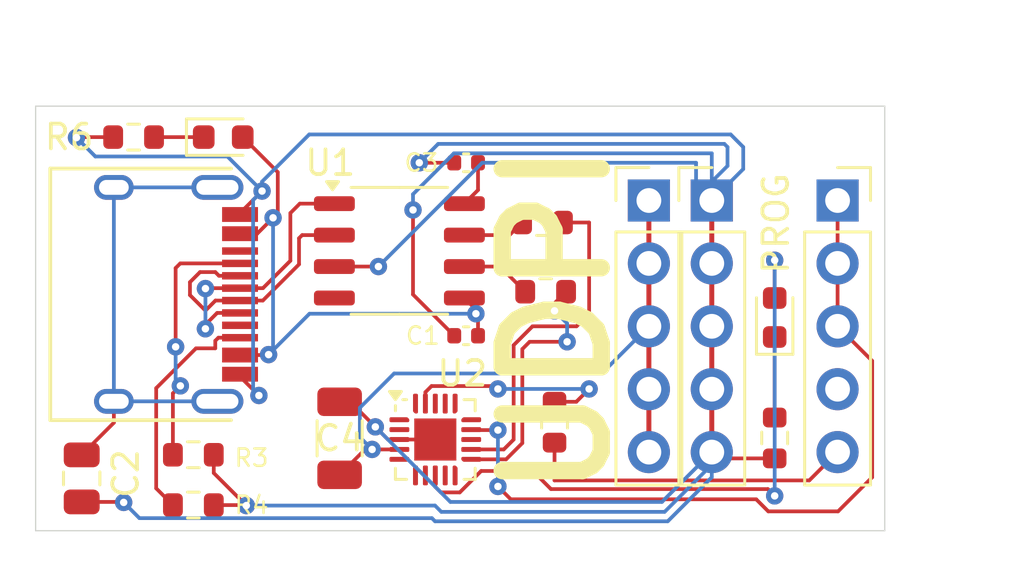
<source format=kicad_pcb>
(kicad_pcb (version 20240108) (generator "pcbnew") (generator_version "8.0")
  (layers (0 "F.Cu" signal) (31 "B.Cu" signal) (34 "B.Paste" user) (35 "F.Paste" user) (36 "B.SilkS" user "B.Silkscreen") (37 "F.SilkS" user "F.Silkscreen") (38 "B.Mask" user) (39 "F.Mask" user) (44 "Edge.Cuts" user))
  (net 0 "")
  (net 1 "5V")
  (net 2 "GND")
  (net 3 "Net-(J2-SHIELD)")
  (net 4 "Net-(U1-V3)")
  (net 5 "+3.3V")
  (net 6 "Net-(D1-K)")
  (net 7 "Net-(D2-K)")
  (net 8 "LED")
  (net 9 "D-")
  (net 10 "Net-(J2-CC1)")
  (net 11 "D+")
  (net 12 "Net-(J2-CC2)")
  (net 13 "PROG")
  (net 15 "MCU_UDPI")
  (net 16 "SERIAL_TX")
  (net 17 "Net-(U1-TXD)")
  (net 18 "Net-(U1-RXD)")
  (net 19 "SERIAL_RX")
  (net 20 "Net-(U2-~{RESET}{slash}PA0)")
  (footprint "Capacitor_SMD:C_0402_1005Metric" (layer "F.Cu") (at 216.14 51.181 180)
    (property "Reference" "C1" (at 1.75 0 0) (layer "F.SilkS") (effects (font (size 0.7 0.7) (thickness 0.1))))
    (property "Value" "0.1uf")
    (fp_line (start -0.107836 0.36) (end 0.107836 0.36) (stroke (width 0.12)) (layer "F.SilkS"))
    (fp_line (start -0.107836 -0.36) (end 0.107836 -0.36) (stroke (width 0.12)) (layer "F.SilkS"))
    (pad "1" smd roundrect (at -0.48 0 180) (size 0.56 0.62) (layers "F.Cu" "F.Paste" "F.Mask") (net 1 "5V"))
    (pad "2" smd roundrect (at 0.48 0 180) (size 0.56 0.62) (layers "F.Cu" "F.Paste" "F.Mask") (net 2 "GND"))
  )
  (footprint "Package_SO:SOP-8_3.9x4.9mm_P1.27mm" (layer "F.Cu") (at 213.445 47.752)
    (property "Reference" "U1" (at -2.794 -3.556 0) (layer "F.SilkS"))
    (property "Value" "CH340N")
    (fp_line (start 0 -2.56) (end -1.95 -2.56) (stroke (width 0.12)) (layer "F.SilkS"))
    (fp_line (start 0 -2.56) (end 1.95 -2.56) (stroke (width 0.12)) (layer "F.SilkS"))
    (fp_line (start 0 2.56) (end -1.95 2.56) (stroke (width 0.12)) (layer "F.SilkS"))
    (fp_line (start 0 2.56) (end 1.95 2.56) (stroke (width 0.12)) (layer "F.SilkS"))
    (fp_poly (pts (xy -2.7 -2.465) (xy -2.94 -2.795) (xy -2.46 -2.795) (xy -2.7 -2.465)) (stroke (width 0.12)) (fill solid) (layer "F.SilkS"))
    (pad "1" smd roundrect (at -2.625 -1.905) (size 1.65 0.6) (layers "F.Cu" "F.Paste" "F.Mask") (net 11 "D+"))
    (pad "2" smd roundrect (at -2.625 -0.635) (size 1.65 0.6) (layers "F.Cu" "F.Paste" "F.Mask") (net 9 "D-"))
    (pad "3" smd roundrect (at -2.625 0.635) (size 1.65 0.6) (layers "F.Cu" "F.Paste" "F.Mask") (net 2 "GND"))
    (pad "4" smd roundrect (at -2.625 1.905) (size 1.65 0.6) (layers "F.Cu" "F.Paste" "F.Mask"))
    (pad "5" smd roundrect (at 2.625 1.905) (size 1.65 0.6) (layers "F.Cu" "F.Paste" "F.Mask") (net 1 "5V"))
    (pad "6" smd roundrect (at 2.625 0.635) (size 1.65 0.6) (layers "F.Cu" "F.Paste" "F.Mask") (net 17 "Net-(U1-TXD)"))
    (pad "7" smd roundrect (at 2.625 -0.635) (size 1.65 0.6) (layers "F.Cu" "F.Paste" "F.Mask") (net 18 "Net-(U1-RXD)"))
    (pad "8" smd roundrect (at 2.625 -1.905) (size 1.65 0.6) (layers "F.Cu" "F.Paste" "F.Mask") (net 4 "Net-(U1-V3)"))
  )
  (footprint "Connector_PinHeader_2.54mm:PinHeader_1x05_P2.54mm_Vertical" (layer "F.Cu") (at 226.06 45.72)
    (property "Reference" "GND1")
    (property "Value" "Conn_01x05_Pin")
    (fp_line (start -1.33 -1.33) (end 0 -1.33) (stroke (width 0.12)) (layer "F.SilkS"))
    (fp_line (start -1.33 0) (end -1.33 -1.33) (stroke (width 0.12)) (layer "F.SilkS"))
    (fp_line (start -1.33 1.27) (end -1.33 11.49) (stroke (width 0.12)) (layer "F.SilkS"))
    (fp_line (start -1.33 1.27) (end 1.33 1.27) (stroke (width 0.12)) (layer "F.SilkS"))
    (fp_line (start -1.33 11.49) (end 1.33 11.49) (stroke (width 0.12)) (layer "F.SilkS"))
    (fp_line (start 1.33 1.27) (end 1.33 11.49) (stroke (width 0.12)) (layer "F.SilkS"))
    (pad "1" thru_hole rect (at 0 0) (size 1.7 1.7) (drill 1) (layers "*.Cu" "*.Mask") (net 2 "GND"))
    (pad "2" thru_hole oval (at 0 2.54) (size 1.7 1.7) (drill 1) (layers "*.Cu" "*.Mask") (net 2 "GND"))
    (pad "3" thru_hole oval (at 0 5.08) (size 1.7 1.7) (drill 1) (layers "*.Cu" "*.Mask") (net 2 "GND"))
    (pad "4" thru_hole oval (at 0 7.62) (size 1.7 1.7) (drill 1) (layers "*.Cu" "*.Mask") (net 2 "GND"))
    (pad "5" thru_hole oval (at 0 10.16) (size 1.7 1.7) (drill 1) (layers "*.Cu" "*.Mask") (net 2 "GND"))
  )
  (footprint "Resistor_SMD:R_0603_1608Metric" (layer "F.Cu") (at 219.351 49.403)
    (property "Reference" "R1")
    (property "Value" "1k")
    (fp_line (start -0.237258 -0.5225) (end 0.237258 -0.5225) (stroke (width 0.12)) (layer "F.SilkS"))
    (fp_line (start -0.237258 0.5225) (end 0.237258 0.5225) (stroke (width 0.12)) (layer "F.SilkS"))
    (pad "1" smd roundrect (at -0.825 0) (size 0.8 0.95) (layers "F.Cu" "F.Paste" "F.Mask") (net 17 "Net-(U1-TXD)"))
    (pad "2" smd roundrect (at 0.825 0) (size 0.8 0.95) (layers "F.Cu" "F.Paste" "F.Mask") (net 16 "SERIAL_TX"))
  )
  (footprint "Connector_PinHeader_2.54mm:PinHeader_1x05_P2.54mm_Vertical" (layer "F.Cu") (at 223.52 45.72)
    (property "Reference" "VSUPPLY1")
    (property "Value" "Conn_01x05_Pin")
    (fp_line (start -1.33 -1.33) (end 0 -1.33) (stroke (width 0.12)) (layer "F.SilkS"))
    (fp_line (start -1.33 0) (end -1.33 -1.33) (stroke (width 0.12)) (layer "F.SilkS"))
    (fp_line (start -1.33 1.27) (end -1.33 11.49) (stroke (width 0.12)) (layer "F.SilkS"))
    (fp_line (start -1.33 1.27) (end 1.33 1.27) (stroke (width 0.12)) (layer "F.SilkS"))
    (fp_line (start -1.33 11.49) (end 1.33 11.49) (stroke (width 0.12)) (layer "F.SilkS"))
    (fp_line (start 1.33 1.27) (end 1.33 11.49) (stroke (width 0.12)) (layer "F.SilkS"))
    (pad "1" thru_hole rect (at 0 0) (size 1.7 1.7) (drill 1) (layers "*.Cu" "*.Mask") (net 5 "+3.3V"))
    (pad "2" thru_hole oval (at 0 2.54) (size 1.7 1.7) (drill 1) (layers "*.Cu" "*.Mask") (net 5 "+3.3V"))
    (pad "3" thru_hole oval (at 0 5.08) (size 1.7 1.7) (drill 1) (layers "*.Cu" "*.Mask") (net 5 "+3.3V"))
    (pad "4" thru_hole oval (at 0 7.62) (size 1.7 1.7) (drill 1) (layers "*.Cu" "*.Mask") (net 5 "+3.3V"))
    (pad "5" thru_hole oval (at 0 10.16) (size 1.7 1.7) (drill 1) (layers "*.Cu" "*.Mask") (net 5 "+3.3V"))
  )
  (footprint "BreadModular_TypeC:HRO-TYPE-C-31-M-12" (layer "F.Cu") (at 199.315 49.51 -90)
    (property "Reference" "J2")
    (property "Value" "USB_C_Receptacle_USB2.0_14P")
    (fp_line (start -5.08 -0.033) (end 5.08 -0.033) (stroke (width 0.15)) (layer "F.SilkS"))
    (fp_line (start -5.08 -0.033) (end -5.08 -7.333) (stroke (width 0.15)) (layer "F.SilkS"))
    (fp_line (start 5.08 -0.033) (end 5.08 -7.333) (stroke (width 0.15)) (layer "F.SilkS"))
    (pad "" np_thru_hole circle (at -2.89 -6.25 270) (size 0.65 0.65) (drill 0.65) (layers "*.Cu" "*.Mask"))
    (pad "" np_thru_hole circle (at 2.89 -6.25 270) (size 0.65 0.65) (drill 0.65) (layers "*.Cu" "*.Mask"))
    (pad "A1" smd rect (at -3.225 -7.695 270) (size 0.6 1.45) (layers "F.Cu" "F.Paste" "F.Mask") (net 2 "GND"))
    (pad "A4" smd rect (at -2.45 -7.695 270) (size 0.6 1.45) (layers "F.Cu" "F.Paste" "F.Mask") (net 1 "5V"))
    (pad "A5" smd rect (at -1.25 -7.695 270) (size 0.3 1.45) (layers "F.Cu" "F.Paste" "F.Mask") (net 10 "Net-(J2-CC1)"))
    (pad "A6" smd rect (at -0.25 -7.695 270) (size 0.3 1.45) (layers "F.Cu" "F.Paste" "F.Mask") (net 11 "D+"))
    (pad "A7" smd rect (at 0.25 -7.695 270) (size 0.3 1.45) (layers "F.Cu" "F.Paste" "F.Mask") (net 9 "D-"))
    (pad "A8" smd rect (at 1.25 -7.695 270) (size 0.3 1.45) (layers "F.Cu" "F.Paste" "F.Mask"))
    (pad "A9" smd rect (at 2.45 -7.695 270) (size 0.6 1.45) (layers "F.Cu" "F.Paste" "F.Mask") (net 1 "5V"))
    (pad "A12" smd rect (at 3.225 -7.695 270) (size 0.6 1.45) (layers "F.Cu" "F.Paste" "F.Mask") (net 2 "GND"))
    (pad "B5" smd rect (at 1.75 -7.695 270) (size 0.3 1.45) (layers "F.Cu" "F.Paste" "F.Mask") (net 12 "Net-(J2-CC2)"))
    (pad "B6" smd rect (at 0.75 -7.695 270) (size 0.3 1.45) (layers "F.Cu" "F.Paste" "F.Mask") (net 11 "D+"))
    (pad "B7" smd rect (at -0.75 -7.695 270) (size 0.3 1.45) (layers "F.Cu" "F.Paste" "F.Mask") (net 9 "D-"))
    (pad "B8" smd rect (at -1.75 -7.695 270) (size 0.3 1.45) (layers "F.Cu" "F.Paste" "F.Mask"))
    (pad "S1" thru_hole oval (at -4.32 -6.78 270) (size 1 2.1) (drill oval 0.6 1.7) (layers "*.Cu" "*.Paste" "*.Mask") (net 3 "Net-(J2-SHIELD)"))
    (pad "S1" thru_hole oval (at -4.32 -2.6 270) (size 1 1.6) (drill oval 0.6 1.2) (layers "*.Cu" "*.Paste" "*.Mask") (net 3 "Net-(J2-SHIELD)"))
    (pad "S1" thru_hole oval (at 4.32 -6.78 270) (size 1 2.1) (drill oval 0.6 1.7) (layers "*.Cu" "*.Paste" "*.Mask") (net 3 "Net-(J2-SHIELD)"))
    (pad "S1" thru_hole oval (at 4.32 -2.6 270) (size 1 1.6) (drill oval 0.6 1.2) (layers "*.Cu" "*.Paste" "*.Mask") (net 3 "Net-(J2-SHIELD)"))
  )
  (footprint "Resistor_SMD:R_0603_1608Metric" (layer "F.Cu") (at 205.124 55.987)
    (property "Reference" "R3" (at 2.349 0.127 0) (layer "F.SilkS") (effects (font (size 0.7 0.7) (thickness 0.1))))
    (property "Value" "5.1k")
    (fp_line (start -0.237258 -0.5225) (end 0.237258 -0.5225) (stroke (width 0.12)) (layer "F.SilkS"))
    (fp_line (start -0.237258 0.5225) (end 0.237258 0.5225) (stroke (width 0.12)) (layer "F.SilkS"))
    (pad "1" smd roundrect (at -0.825 0) (size 0.8 0.95) (layers "F.Cu" "F.Paste" "F.Mask") (net 10 "Net-(J2-CC1)"))
    (pad "2" smd roundrect (at 0.825 0) (size 0.8 0.95) (layers "F.Cu" "F.Paste" "F.Mask") (net 2 "GND"))
  )
  (footprint "Capacitor_SMD:C_1206_3216Metric" (layer "F.Cu") (at 211.032 55.323 -90)
    (property "Reference" "C4" (at 0 0 180) (layer "F.SilkS"))
    (property "Value" "100uf")
    (fp_line (start -0.711252 0.91) (end 0.711252 0.91) (stroke (width 0.12)) (layer "F.SilkS"))
    (fp_line (start -0.711252 -0.91) (end 0.711252 -0.91) (stroke (width 0.12)) (layer "F.SilkS"))
    (pad "1" smd roundrect (at -1.475 0 270) (size 1.15 1.8) (layers "F.Cu" "F.Paste" "F.Mask") (roundrect_rratio 0.217391) (net 2 "GND"))
    (pad "2" smd roundrect (at 1.475 0 270) (size 1.15 1.8) (layers "F.Cu" "F.Paste" "F.Mask") (roundrect_rratio 0.217391) (net 5 "+3.3V"))
  )
  (footprint "LED_SMD:LED_0603_1608Metric" (layer "F.Cu") (at 206.331 43.16)
    (property "Reference" "D1")
    (property "Value" "LED")
    (fp_line (start -1.485 -0.735) (end -1.485 0.735) (stroke (width 0.12)) (layer "F.SilkS"))
    (fp_line (start -1.485 0.735) (end 0.8 0.735) (stroke (width 0.12)) (layer "F.SilkS"))
    (fp_line (start 0.8 -0.735) (end -1.485 -0.735) (stroke (width 0.12)) (layer "F.SilkS"))
    (pad "1" smd roundrect (at -0.7875 0) (size 0.875 0.95) (layers "F.Cu" "F.Paste" "F.Mask") (net 6 "Net-(D1-K)"))
    (pad "2" smd roundrect (at 0.7875 0) (size 0.875 0.95) (layers "F.Cu" "F.Paste" "F.Mask") (net 1 "5V"))
  )
  (footprint "Resistor_SMD:R_0603_1608Metric" (layer "F.Cu") (at 228.6 55.309 -90)
    (property "Reference" "R7")
    (property "Value" "1k")
    (fp_line (start -0.237258 0.5225) (end 0.237258 0.5225) (stroke (width 0.12)) (layer "F.SilkS"))
    (fp_line (start -0.237258 -0.5225) (end 0.237258 -0.5225) (stroke (width 0.12)) (layer "F.SilkS"))
    (pad "1" smd roundrect (at -0.825 0 270) (size 0.8 0.95) (layers "F.Cu" "F.Paste" "F.Mask") (net 7 "Net-(D2-K)"))
    (pad "2" smd roundrect (at 0.825 0 270) (size 0.8 0.95) (layers "F.Cu" "F.Paste" "F.Mask") (net 2 "GND"))
  )
  (footprint "Package_DFN_QFN:VQFN-20-1EP_3x3mm_P0.4mm_EP1.7x1.7mm" (layer "F.Cu") (at 214.895 55.372)
    (property "Reference" "U2" (at 1.09 -2.667 0) (layer "F.SilkS"))
    (property "Value" "ATtiny1616-M")
    (fp_line (start -1.61 -1.16) (end -1.61 -1.37) (stroke (width 0.12)) (layer "F.SilkS"))
    (fp_line (start -1.61 1.61) (end -1.61 1.16) (stroke (width 0.12)) (layer "F.SilkS"))
    (fp_line (start -1.16 -1.61) (end -1.31 -1.61) (stroke (width 0.12)) (layer "F.SilkS"))
    (fp_line (start -1.16 1.61) (end -1.61 1.61) (stroke (width 0.12)) (layer "F.SilkS"))
    (fp_line (start 1.16 -1.61) (end 1.61 -1.61) (stroke (width 0.12)) (layer "F.SilkS"))
    (fp_line (start 1.16 1.61) (end 1.61 1.61) (stroke (width 0.12)) (layer "F.SilkS"))
    (fp_line (start 1.61 -1.61) (end 1.61 -1.16) (stroke (width 0.12)) (layer "F.SilkS"))
    (fp_line (start 1.61 1.61) (end 1.61 1.16) (stroke (width 0.12)) (layer "F.SilkS"))
    (fp_poly (pts (xy -1.61 -1.61) (xy -1.85 -1.94) (xy -1.37 -1.94) (xy -1.61 -1.61)) (stroke (width 0.12)) (fill solid) (layer "F.SilkS"))
    (pad "1" smd custom (at -1.45 -0.8) (size 0.143431 0.143431) (layers "F.Cu" "F.Paste" "F.Mask") (options (clearance outline) (anchor circle)) (primitives (gr_poly (pts (xy -0.35 -0.05) (xy 0.299289 -0.05) (xy 0.35 0.000711) (xy 0.35 0.05) (xy -0.35 0.05)) (width 0.1) (fill yes))))
    (pad "2" smd roundrect (at -1.45 -0.4) (size 0.8 0.2) (layers "F.Cu" "F.Paste" "F.Mask"))
    (pad "3" smd roundrect (at -1.45 0) (size 0.8 0.2) (layers "F.Cu" "F.Paste" "F.Mask") (net 2 "GND"))
    (pad "4" smd roundrect (at -1.45 0.4) (size 0.8 0.2) (layers "F.Cu" "F.Paste" "F.Mask") (net 5 "+3.3V"))
    (pad "5" smd custom (at -1.45 0.8) (size 0.143431 0.143431) (layers "F.Cu" "F.Paste" "F.Mask") (options (clearance outline) (anchor circle)) (primitives (gr_poly (pts (xy -0.35 -0.05) (xy 0.35 -0.05) (xy 0.35 -0.000711) (xy 0.299289 0.05) (xy -0.35 0.05)) (width 0.1) (fill yes))))
    (pad "6" smd custom (at -0.8 1.45) (size 0.143431 0.143431) (layers "F.Cu" "F.Paste" "F.Mask") (options (clearance outline) (anchor circle)) (primitives (gr_poly (pts (xy -0.05 -0.299289) (xy 0.000711 -0.35) (xy 0.05 -0.35) (xy 0.05 0.35) (xy -0.05 0.35)) (width 0.1) (fill yes))))
    (pad "7" smd roundrect (at -0.4 1.45) (size 0.2 0.8) (layers "F.Cu" "F.Paste" "F.Mask"))
    (pad "8" smd roundrect (at 0 1.45) (size 0.2 0.8) (layers "F.Cu" "F.Paste" "F.Mask") (net 8 "LED"))
    (pad "9" smd roundrect (at 0.4 1.45) (size 0.2 0.8) (layers "F.Cu" "F.Paste" "F.Mask"))
    (pad "10" smd custom (at 0.8 1.45) (size 0.143431 0.143431) (layers "F.Cu" "F.Paste" "F.Mask") (options (clearance outline) (anchor circle)) (primitives (gr_poly (pts (xy -0.05 -0.35) (xy -0.000711 -0.35) (xy 0.05 -0.299289) (xy 0.05 0.35) (xy -0.05 0.35)) (width 0.1) (fill yes))))
    (pad "11" smd custom (at 1.45 0.8) (size 0.143431 0.143431) (layers "F.Cu" "F.Paste" "F.Mask") (net 16 "SERIAL_TX") (options (clearance outline) (anchor circle)) (primitives (gr_poly (pts (xy -0.35 -0.05) (xy 0.35 -0.05) (xy 0.35 0.05) (xy -0.299289 0.05) (xy -0.35 -0.000711)) (width 0.1) (fill yes))))
    (pad "12" smd roundrect (at 1.45 0.4) (size 0.8 0.2) (layers "F.Cu" "F.Paste" "F.Mask") (net 19 "SERIAL_RX"))
    (pad "13" smd roundrect (at 1.45 0) (size 0.8 0.2) (layers "F.Cu" "F.Paste" "F.Mask"))
    (pad "14" smd roundrect (at 1.45 -0.4) (size 0.8 0.2) (layers "F.Cu" "F.Paste" "F.Mask") (net 13 "PROG"))
    (pad "15" smd custom (at 1.45 -0.8) (size 0.143431 0.143431) (layers "F.Cu" "F.Paste" "F.Mask") (options (clearance outline) (anchor circle)) (primitives (gr_poly (pts (xy -0.35 0.000711) (xy -0.299289 -0.05) (xy 0.35 -0.05) (xy 0.35 0.05) (xy -0.35 0.05)) (width 0.1) (fill yes))))
    (pad "16" smd custom (at 0.8 -1.45) (size 0.143431 0.143431) (layers "F.Cu" "F.Paste" "F.Mask") (options (clearance outline) (anchor circle)) (primitives (gr_poly (pts (xy -0.05 -0.35) (xy 0.05 -0.35) (xy 0.05 0.299289) (xy -0.000711 0.35) (xy -0.05 0.35)) (width 0.1) (fill yes))))
    (pad "17" smd roundrect (at 0.4 -1.45) (size 0.2 0.8) (layers "F.Cu" "F.Paste" "F.Mask"))
    (pad "18" smd roundrect (at 0 -1.45) (size 0.2 0.8) (layers "F.Cu" "F.Paste" "F.Mask"))
    (pad "19" smd roundrect (at -0.4 -1.45) (size 0.2 0.8) (layers "F.Cu" "F.Paste" "F.Mask") (net 20 "Net-(U2-~{RESET}{slash}PA0)"))
    (pad "20" smd custom (at -0.8 -1.45) (size 0.143431 0.143431) (layers "F.Cu" "F.Paste" "F.Mask") (options (clearance outline) (anchor circle)) (primitives (gr_poly (pts (xy -0.05 -0.35) (xy 0.05 -0.35) (xy 0.05 0.35) (xy 0.000711 0.35) (xy -0.05 0.299289)) (width 0.1) (fill yes))))
    (pad "21" smd rect (at 0 0) (size 1.7 1.7) (property pad_prop_heatsink) (layers "F.Cu" "F.Mask") (net 2 "GND"))
  )
  (footprint "Capacitor_SMD:C_0402_1005Metric" (layer "F.Cu") (at 216.14 44.196)
    (property "Reference" "C3" (at -1.806 0 0) (layer "F.SilkS") (effects (font (size 0.7 0.7) (thickness 0.1))))
    (property "Value" "0.1uf")
    (fp_line (start -0.107836 -0.36) (end 0.107836 -0.36) (stroke (width 0.12)) (layer "F.SilkS"))
    (fp_line (start -0.107836 0.36) (end 0.107836 0.36) (stroke (width 0.12)) (layer "F.SilkS"))
    (pad "1" smd roundrect (at -0.48 0) (size 0.56 0.62) (layers "F.Cu" "F.Paste" "F.Mask") (net 2 "GND"))
    (pad "2" smd roundrect (at 0.48 0) (size 0.56 0.62) (layers "F.Cu" "F.Paste" "F.Mask") (net 4 "Net-(U1-V3)"))
  )
  (footprint "LED_SMD:LED_0603_1608Metric" (layer "F.Cu") (at 228.6 50.4445 90)
    (property "Reference" "D2")
    (property "Value" "LED")
    (fp_line (start 0.8 -0.735) (end -1.485 -0.735) (stroke (width 0.12)) (layer "F.SilkS"))
    (fp_line (start -1.485 -0.735) (end -1.485 0.735) (stroke (width 0.12)) (layer "F.SilkS"))
    (fp_line (start -1.485 0.735) (end 0.8 0.735) (stroke (width 0.12)) (layer "F.SilkS"))
    (pad "1" smd roundrect (at -0.7875 0 90) (size 0.875 0.95) (layers "F.Cu" "F.Paste" "F.Mask") (net 7 "Net-(D2-K)"))
    (pad "2" smd roundrect (at 0.7875 0 90) (size 0.875 0.95) (layers "F.Cu" "F.Paste" "F.Mask") (net 8 "LED"))
  )
  (footprint "Resistor_SMD:R_0603_1608Metric" (layer "F.Cu") (at 205.125 58.019)
    (property "Reference" "R4" (at 2.35 0 0) (layer "F.SilkS") (effects (font (size 0.7 0.7) (thickness 0.1))))
    (property "Value" "5.1k")
    (fp_line (start -0.237258 -0.5225) (end 0.237258 -0.5225) (stroke (width 0.12)) (layer "F.SilkS"))
    (fp_line (start -0.237258 0.5225) (end 0.237258 0.5225) (stroke (width 0.12)) (layer "F.SilkS"))
    (pad "1" smd roundrect (at -0.825 0) (size 0.8 0.95) (layers "F.Cu" "F.Paste" "F.Mask") (net 12 "Net-(J2-CC2)"))
    (pad "2" smd roundrect (at 0.825 0) (size 0.8 0.95) (layers "F.Cu" "F.Paste" "F.Mask") (net 2 "GND"))
  )
  (footprint "Resistor_SMD:R_0603_1608Metric" (layer "F.Cu") (at 219.71 54.673 -90)
    (property "Reference" "R5")
    (property "Value" "4.7k")
    (fp_line (start -0.237258 0.5225) (end 0.237258 0.5225) (stroke (width 0.12)) (layer "F.SilkS"))
    (fp_line (start -0.237258 -0.5225) (end 0.237258 -0.5225) (stroke (width 0.12)) (layer "F.SilkS"))
    (pad "1" smd roundrect (at -0.825 0 270) (size 0.8 0.95) (layers "F.Cu" "F.Paste" "F.Mask") (net 20 "Net-(U2-~{RESET}{slash}PA0)"))
    (pad "2" smd roundrect (at 0.825 0 270) (size 0.8 0.95) (layers "F.Cu" "F.Paste" "F.Mask") (net 15 "MCU_UDPI"))
  )
  (footprint "Capacitor_SMD:C_0805_2012Metric" (layer "F.Cu") (at 200.616 56.942 -90)
    (property "Reference" "C2" (at -0.193 -1.778 90) (layer "F.SilkS"))
    (property "Value" "10nf")
    (fp_line (start -0.261252 0.735) (end 0.261252 0.735) (stroke (width 0.12)) (layer "F.SilkS"))
    (fp_line (start -0.261252 -0.735) (end 0.261252 -0.735) (stroke (width 0.12)) (layer "F.SilkS"))
    (pad "1" smd roundrect (at -0.95 0 270) (size 1 1.45) (layers "F.Cu" "F.Paste" "F.Mask") (net 3 "Net-(J2-SHIELD)"))
    (pad "2" smd roundrect (at 0.95 0 270) (size 1 1.45) (layers "F.Cu" "F.Paste" "F.Mask") (net 2 "GND"))
  )
  (footprint "Resistor_SMD:R_0603_1608Metric" (layer "F.Cu") (at 202.712 43.16 180)
    (property "Reference" "R6" (at 2.604 0 0) (layer "F.SilkS"))
    (property "Value" "1k")
    (fp_line (start -0.237258 0.5225) (end 0.237258 0.5225) (stroke (width 0.12)) (layer "F.SilkS"))
    (fp_line (start -0.237258 -0.5225) (end 0.237258 -0.5225) (stroke (width 0.12)) (layer "F.SilkS"))
    (pad "1" smd roundrect (at -0.825 0 180) (size 0.8 0.95) (layers "F.Cu" "F.Paste" "F.Mask") (net 6 "Net-(D1-K)"))
    (pad "2" smd roundrect (at 0.825 0 180) (size 0.8 0.95) (layers "F.Cu" "F.Paste" "F.Mask") (net 2 "GND"))
  )
  (footprint "Resistor_SMD:R_0603_1608Metric" (layer "F.Cu") (at 219.224 46.609)
    (property "Reference" "R2")
    (property "Value" "1k")
    (fp_line (start -0.237258 -0.5225) (end 0.237258 -0.5225) (stroke (width 0.12)) (layer "F.SilkS"))
    (fp_line (start -0.237258 0.5225) (end 0.237258 0.5225) (stroke (width 0.12)) (layer "F.SilkS"))
    (pad "1" smd roundrect (at -0.825 0) (size 0.8 0.95) (layers "F.Cu" "F.Paste" "F.Mask") (net 18 "Net-(U1-RXD)"))
    (pad "2" smd roundrect (at 0.825 0) (size 0.8 0.95) (layers "F.Cu" "F.Paste" "F.Mask") (net 19 "SERIAL_RX"))
  )
  (footprint "Connector_PinSocket_2.54mm:PinSocket_1x05_P2.54mm_Vertical" (layer "F.Cu") (at 231.14 45.72)
    (property "Reference" "OUTPUT1")
    (property "Value" "Conn_01x05_Socket")
    (fp_line (start -1.33 1.27) (end -1.33 11.49) (stroke (width 0.12)) (layer "F.SilkS"))
    (fp_line (start -1.33 1.27) (end 1.33 1.27) (stroke (width 0.12)) (layer "F.SilkS"))
    (fp_line (start -1.33 11.49) (end 1.33 11.49) (stroke (width 0.12)) (layer "F.SilkS"))
    (fp_line (start 0 -1.33) (end 1.33 -1.33) (stroke (width 0.12)) (layer "F.SilkS"))
    (fp_line (start 1.33 -1.33) (end 1.33 0) (stroke (width 0.12)) (layer "F.SilkS"))
    (fp_line (start 1.33 1.27) (end 1.33 11.49) (stroke (width 0.12)) (layer "F.SilkS"))
    (pad "1" thru_hole rect (at 0 0) (size 1.7 1.7) (drill 1) (layers "*.Cu" "*.Mask") (net 13 "PROG"))
    (pad "2" thru_hole oval (at 0 2.54) (size 1.7 1.7) (drill 1) (layers "*.Cu" "*.Mask") (net 13 "PROG"))
    (pad "3" thru_hole oval (at 0 5.08) (size 1.7 1.7) (drill 1) (layers "*.Cu" "*.Mask") (net 13 "PROG"))
    (pad "4" thru_hole oval (at 0 7.62) (size 1.7 1.7) (drill 1) (layers "*.Cu" "*.Mask"))
    (pad "5" thru_hole oval (at 0 10.16) (size 1.7 1.7) (drill 1) (layers "*.Cu" "*.Mask") (net 15 "MCU_UDPI"))
  )
  (gr_line (start 198.755 59.055) (end 198.755 41.91) (stroke (width 0.05)) (layer "Edge.Cuts"))
  (gr_line (start 233.045 41.91) (end 233.045 59.055) (stroke (width 0.05)) (layer "Edge.Cuts"))
  (gr_line (start 233.045 59.055) (end 198.755 59.055) (stroke (width 0.05)) (layer "Edge.Cuts"))
  (gr_line (start 198.755 41.91) (end 233.045 41.91) (stroke (width 0.05)) (layer "Edge.Cuts"))
  (gr_text "UDPI" (at 222.123 58.039 90) (layer "F.SilkS") (effects (font (size 4 4) (thickness 0.7) (bold yes)) (justify left bottom)))
  (gr_text "PROG" (at 229.235 48.768 90) (layer "F.SilkS") (effects (font (size 1 1)) (justify left bottom)))
  (segment (start 207.1185 43.16) (end 208.534 44.5755) (width 0.15) (layer "F.Cu") (net 1))
  (segment (start 208.3435 46.4185) (end 207.702 47.06) (width 0.15) (layer "F.Cu") (net 1))
  (segment (start 208.146 51.96) (end 208.163 51.943) (width 0.15) (layer "F.Cu") (net 1))
  (segment (start 207.702 47.06) (end 207.01 47.06) (width 0.15) (layer "F.Cu") (net 1))
  (segment (start 207.01 51.96) (end 208.146 51.96) (width 0.15) (layer "F.Cu") (net 1))
  (segment (start 208.534 44.5755) (end 208.534 46.228) (width 0.15) (layer "F.Cu") (net 1))
  (segment (start 216.535 50.122) (end 216.07 49.657) (width 0.15) (layer "F.Cu") (net 1))
  (segment (start 216.62 50.377) (end 216.62 51.181) (width 0.15) (layer "F.Cu") (net 1))
  (segment (start 216.535 50.292) (end 216.62 50.377) (width 0.15) (layer "F.Cu") (net 1))
  (segment (start 208.534 46.228) (end 208.3435 46.4185) (width 0.15) (layer "F.Cu") (net 1))
  (segment (start 216.535 50.292) (end 216.535 50.122) (width 0.15) (layer "F.Cu") (net 1))
  (via (at 208.163 51.943) (size 0.7) (drill 0.3) (layers "F.Cu" "B.Cu") (net 1))
  (via (at 208.3435 46.4185) (size 0.7) (drill 0.3) (layers "F.Cu" "B.Cu") (net 1))
  (via (at 216.535 50.292) (size 0.7) (drill 0.3) (layers "F.Cu" "B.Cu") (net 1))
  (segment (start 209.814 50.292) (end 216.535 50.292) (width 0.15) (layer "B.Cu") (net 1))
  (segment (start 208.163 51.943) (end 208.3435 51.7625) (width 0.15) (layer "B.Cu") (net 1))
  (segment (start 208.3435 51.7625) (end 208.3435 46.4185) (width 0.15) (layer "B.Cu") (net 1))
  (segment (start 208.163 51.943) (end 209.814 50.292) (width 0.15) (layer "B.Cu") (net 1))
  (segment (start 201.887 43.16) (end 200.426 43.16) (width 0.15) (layer "F.Cu") (net 2))
  (segment (start 200.426 43.16) (end 200.406 43.18) (width 0.15) (layer "F.Cu") (net 2))
  (segment (start 207.01 46.228) (end 207.899 45.339) (width 0.15) (layer "F.Cu") (net 2))
  (segment (start 205.949 55.987) (end 205.949 56.724) (width 0.15) (layer "F.Cu") (net 2))
  (segment (start 215.66 44.196) (end 214.249 44.196) (width 0.15) (layer "F.Cu") (net 2))
  (segment (start 212.598 48.387) (end 210.82 48.387) (width 0.15) (layer "F.Cu") (net 2))
  (segment (start 205.949 56.724) (end 207.264 58.039) (width 0.15) (layer "F.Cu") (net 2))
  (segment (start 213.995 49.516) (end 215.66 51.181) (width 0.15) (layer "F.Cu") (net 2))
  (segment (start 226.314 56.134) (end 226.06 55.88) (width 0.15) (layer "F.Cu") (net 2))
  (segment (start 207.244 58.019) (end 207.264 58.039) (width 0.15) (layer "F.Cu") (net 2))
  (segment (start 202.311 57.912) (end 202.291 57.892) (width 0.15) (layer "F.Cu") (net 2))
  (segment (start 205.95 58.019) (end 207.244 58.019) (width 0.15) (layer "F.Cu") (net 2))
  (segment (start 207.01 46.285) (end 207.01 46.228) (width 0.15) (layer "F.Cu") (net 2))
  (segment (start 213.995 46.101) (end 213.995 49.516) (width 0.15) (layer "F.Cu") (net 2))
  (segment (start 226.06 45.72) (end 226.06 55.88) (width 0.2) (layer "F.Cu") (net 2))
  (segment (start 214.895 55.372) (end 213.445 55.372) (width 0.15) (layer "F.Cu") (net 2))
  (segment (start 228.6 56.134) (end 226.314 56.134) (width 0.15) (layer "F.Cu") (net 2))
  (segment (start 212.983994 55.372) (end 213.445 55.372) (width 0.15) (layer "F.Cu") (net 2))
  (segment (start 211.032 53.848) (end 211.459994 53.848) (width 0.15) (layer "F.Cu") (net 2))
  (segment (start 202.291 57.892) (end 200.616 57.892) (width 0.15) (layer "F.Cu") (net 2))
  (segment (start 212.473497 54.861503) (end 212.983994 55.372) (width 0.15) (layer "F.Cu") (net 2))
  (segment (start 207.01 52.735) (end 207.01 52.832) (width 0.15) (layer "F.Cu") (net 2))
  (segment (start 211.459994 53.848) (end 212.473497 54.861503) (width 0.15) (layer "F.Cu") (net 2))
  (segment (start 207.01 52.832) (end 207.772 53.594) (width 0.15) (layer "F.Cu") (net 2))
  (via (at 212.473497 54.861503) (size 0.7) (drill 0.3) (layers "F.Cu" "B.Cu") (net 2))
  (via (at 202.311 57.912) (size 0.7) (drill 0.3) (layers "F.Cu" "B.Cu") (net 2))
  (via (at 213.995 46.101) (size 0.7) (drill 0.3) (layers "F.Cu" "B.Cu") (net 2))
  (via (at 207.264 58.039) (size 0.7) (drill 0.3) (layers "F.Cu" "B.Cu") (net 2))
  (via (at 207.772 53.594) (size 0.7) (drill 0.3) (layers "F.Cu" "B.Cu") (net 2))
  (via (at 212.598 48.387) (size 0.7) (drill 0.3) (layers "F.Cu" "B.Cu") (net 2))
  (via (at 214.249 44.196) (size 0.7) (drill 0.3) (layers "F.Cu" "B.Cu") (net 2))
  (via (at 200.406 43.18) (size 0.7) (drill 0.3) (layers "F.Cu" "B.Cu") (net 2))
  (via (at 207.899 45.339) (size 0.7) (drill 0.3) (layers "F.Cu" "B.Cu") (net 2))
  (segment (start 207.899 45.339) (end 206.502 43.942) (width 0.15) (layer "B.Cu") (net 2))
  (segment (start 202.946 58.547) (end 214.757 58.547) (width 0.15) (layer "B.Cu") (net 2))
  (segment (start 226.06 44.958) (end 226.06 45.72) (width 0.15) (layer "B.Cu") (net 2))
  (segment (start 224.155 58.293) (end 226.06 56.388) (width 0.15) (layer "B.Cu") (net 2))
  (segment (start 213.995 45.466) (end 215.646 43.815) (width 0.15) (layer "B.Cu") (net 2))
  (segment (start 212.598 48.387) (end 216.789 44.196) (width 0.15) (layer "B.Cu") (net 2))
  (segment (start 207.538 53.36) (end 207.538 45.7) (width 0.15) (layer "B.Cu") (net 2))
  (segment (start 207.899 45.339) (end 207.899 44.958) (width 0.15) (layer "B.Cu") (net 2))
  (segment (start 207.264 58.039) (end 214.884 58.039) (width 0.15) (layer "B.Cu") (net 2))
  (segment (start 226.06 56.388) (end 226.06 55.88) (width 0.15) (layer "B.Cu") (net 2))
  (segment (start 214.884 58.674) (end 224.282 58.674) (width 0.15) (layer "B.Cu") (net 2))
  (segment (start 207.538 45.7) (end 207.899 45.339) (width 0.15) (layer "B.Cu") (net 2))
  (segment (start 202.311 57.912) (end 202.946 58.547) (width 0.15) (layer "B.Cu") (net 2))
  (segment (start 224.282 58.674) (end 226.06 56.896) (width 0.15) (layer "B.Cu") (net 2))
  (segment (start 226.06 56.896) (end 226.06 55.88) (width 0.15) (layer "B.Cu") (net 2))
  (segment (start 214.884 58.039) (end 215.138 58.293) (width 0.15) (layer "B.Cu") (net 2))
  (segment (start 213.995 46.101) (end 213.995 45.466) (width 0.15) (layer "B.Cu") (net 2))
  (segment (start 225.425 44.196) (end 225.425 45.085) (width 0.15) (layer "B.Cu") (net 2))
  (segment (start 226.822 43.053) (end 227.33 43.561) (width 0.15) (layer "B.Cu") (net 2))
  (segment (start 214.757 58.547) (end 214.884 58.674) (width 0.15) (layer "B.Cu") (net 2))
  (segment (start 226.695 43.561) (end 226.695 44.323) (width 0.15) (layer "B.Cu") (net 2))
  (segment (start 214.249 44.196) (end 215.011 43.434) (width 0.15) (layer "B.Cu") (net 2))
  (segment (start 209.804 43.053) (end 226.822 43.053) (width 0.15) (layer "B.Cu") (net 2))
  (segment (start 215.011 43.434) (end 226.568 43.434) (width 0.15) (layer "B.Cu") (net 2))
  (segment (start 224.048 57.892) (end 226.06 55.88) (width 0.15) (layer "B.Cu") (net 2))
  (segment (start 226.695 44.323) (end 226.06 44.958) (width 0.15) (layer "B.Cu") (net 2))
  (segment (start 207.899 44.958) (end 209.804 43.053) (width 0.15) (layer "B.Cu") (net 2))
  (segment (start 215.503994 57.892) (end 224.048 57.892) (width 0.15) (layer "B.Cu") (net 2))
  (segment (start 216.789 44.196) (end 225.425 44.196) (width 0.15) (layer "B.Cu") (net 2))
  (segment (start 206.502 43.942) (end 201.168 43.942) (width 0.15) (layer "B.Cu") (net 2))
  (segment (start 227.33 43.561) (end 227.33 44.45) (width 0.15) (layer "B.Cu") (net 2))
  (segment (start 207.772 53.594) (end 207.538 53.36) (width 0.15) (layer "B.Cu") (net 2))
  (segment (start 201.168 43.942) (end 200.406 43.18) (width 0.15) (layer "B.Cu") (net 2))
  (segment (start 225.425 45.085) (end 226.06 45.72) (width 0.15) (layer "B.Cu") (net 2))
  (segment (start 227.33 44.45) (end 226.06 45.72) (width 0.15) (layer "B.Cu") (net 2))
  (segment (start 200.406 43.18) (end 200.533 43.053) (width 0.15) (layer "B.Cu") (net 2))
  (segment (start 215.646 43.815) (end 226.06 43.815) (width 0.15) (layer "B.Cu") (net 2))
  (segment (start 226.06 43.815) (end 226.06 45.72) (width 0.15) (layer "B.Cu") (net 2))
  (segment (start 215.138 58.293) (end 224.155 58.293) (width 0.15) (layer "B.Cu") (net 2))
  (segment (start 212.473497 54.861503) (end 215.503994 57.892) (width 0.15) (layer "B.Cu") (net 2))
  (segment (start 226.568 43.434) (end 226.695 43.561) (width 0.15) (layer "B.Cu") (net 2))
  (segment (start 200.616 55.992) (end 201.915 54.693) (width 0.15) (layer "F.Cu") (net 3))
  (segment (start 201.915 54.693) (end 201.915 53.83) (width 0.15) (layer "F.Cu") (net 3))
  (segment (start 201.915 53.83) (end 206.095 53.83) (width 0.15) (layer "B.Cu") (net 3))
  (segment (start 206.095 45.19) (end 201.915 45.19) (width 0.15) (layer "B.Cu") (net 3))
  (segment (start 201.915 45.19) (end 201.915 53.83) (width 0.15) (layer "B.Cu") (net 3))
  (segment (start 216.62 45.297) (end 216.62 44.196) (width 0.15) (layer "F.Cu") (net 4))
  (segment (start 216.07 45.847) (end 216.62 45.297) (width 0.15) (layer "F.Cu") (net 4))
  (segment (start 212.344 55.772) (end 213.445 55.772) (width 0.15) (layer "F.Cu") (net 5))
  (segment (start 211.032 56.798) (end 212.058 55.772) (width 0.15) (layer "F.Cu") (net 5))
  (segment (start 212.058 55.772) (end 212.344 55.772) (width 0.15) (layer "F.Cu") (net 5))
  (segment (start 223.52 45.72) (end 223.52 55.88) (width 0.2) (layer "F.Cu") (net 5))
  (via (at 212.344 55.772) (size 0.7) (drill 0.3) (layers "F.Cu" "B.Cu") (net 5))
  (segment (start 211.848497 55.276497) (end 211.848497 54.089503) (width 0.15) (layer "B.Cu") (net 5))
  (segment (start 211.848497 54.089503) (end 213.233 52.705) (width 0.15) (layer "B.Cu") (net 5))
  (segment (start 212.344 55.772) (end 211.848497 55.276497) (width 0.15) (layer "B.Cu") (net 5))
  (segment (start 213.233 52.705) (end 221.615 52.705) (width 0.15) (layer "B.Cu") (net 5))
  (segment (start 221.615 52.705) (end 223.52 50.8) (width 0.15) (layer "B.Cu") (net 5))
  (segment (start 205.5435 43.16) (end 203.537 43.16) (width 0.15) (layer "F.Cu") (net 6))
  (segment (start 228.6 51.232) (end 228.6 54.484) (width 0.15) (layer "F.Cu") (net 7))
  (segment (start 215.118994 57.507) (end 214.895 57.283006) (width 0.15) (layer "F.Cu") (net 8))
  (segment (start 219.565025 57.373) (end 218.834025 56.642) (width 0.15) (layer "F.Cu") (net 8))
  (segment (start 228.6 49.657) (end 228.6 48.133) (width 0.15) (layer "F.Cu") (net 8))
  (segment (start 218.834025 56.642) (end 216.748224 56.642) (width 0.15) (layer "F.Cu") (net 8))
  (segment (start 215.883224 57.507) (end 215.118994 57.507) (width 0.15) (layer "F.Cu") (net 8))
  (segment (start 228.6 57.648) (end 228.325 57.373) (width 0.15) (layer "F.Cu") (net 8))
  (segment (start 214.895 57.283006) (end 214.895 56.822) (width 0.15) (layer "F.Cu") (net 8))
  (segment (start 228.325 57.373) (end 219.565025 57.373) (width 0.15) (layer "F.Cu") (net 8))
  (segment (start 216.748224 56.642) (end 215.883224 57.507) (width 0.15) (layer "F.Cu") (net 8))
  (via (at 228.6 48.133) (size 0.7) (drill 0.3) (layers "F.Cu" "B.Cu") (net 8))
  (via (at 228.6 57.648) (size 0.7) (drill 0.3) (layers "F.Cu" "B.Cu") (net 8))
  (segment (start 228.6 48.133) (end 228.6 57.648) (width 0.15) (layer "B.Cu") (net 8))
  (segment (start 209.392 47.244) (end 209.519 47.117) (width 0.15) (layer "F.Cu") (net 9))
  (segment (start 206.018 49.76) (end 205.613 50.165) (width 0.15) (layer "F.Cu") (net 9))
  (segment (start 207.01 49.76) (end 206.018 49.76) (width 0.15) (layer "F.Cu") (net 9))
  (segment (start 209.519 47.117) (end 210.82 47.117) (width 0.15) (layer "F.Cu") (net 9))
  (segment (start 209.045487 48.644487) (end 209.045488 48.644487) (width 0.15) (layer "F.Cu") (net 9))
  (segment (start 204.988 49.017116) (end 205.395116 48.61) (width 0.15) (layer "F.Cu") (net 9))
  (segment (start 206.01 48.61) (end 206.16 48.76) (width 0.15) (layer "F.Cu") (net 9))
  (segment (start 204.988 49.54) (end 204.988 49.017116) (width 0.15) (layer "F.Cu") (net 9))
  (segment (start 205.613 50.165) (end 204.988 49.54) (width 0.15) (layer "F.Cu") (net 9))
  (segment (start 209.392 48.297975) (end 209.392 47.244) (width 0.15) (layer "F.Cu") (net 9))
  (segment (start 205.395116 48.61) (end 206.01 48.61) (width 0.15) (layer "F.Cu") (net 9))
  (segment (start 209.045488 48.644487) (end 209.392 48.297975) (width 0.15) (layer "F.Cu") (net 9))
  (segment (start 207.929974 49.76) (end 209.045487 48.644487) (width 0.15) (layer "F.Cu") (net 9))
  (segment (start 206.16 48.76) (end 207.01 48.76) (width 0.15) (layer "F.Cu") (net 9))
  (segment (start 207.01 49.76) (end 207.929974 49.76) (width 0.15) (layer "F.Cu") (net 9))
  (segment (start 204.597 48.26) (end 207.01 48.26) (width 0.15) (layer "F.Cu") (net 10))
  (segment (start 204.299 55.987) (end 204.299 53.505884) (width 0.15) (layer "F.Cu") (net 10))
  (segment (start 204.409058 51.628058) (end 204.409058 48.447942) (width 0.15) (layer "F.Cu") (net 10))
  (segment (start 204.409058 48.447942) (end 204.597 48.26) (width 0.15) (layer "F.Cu") (net 10))
  (segment (start 204.299 53.505884) (end 204.599883 53.205001) (width 0.15) (layer "F.Cu") (net 10))
  (via (at 204.599883 53.205001) (size 0.7) (drill 0.3) (layers "F.Cu" "B.Cu") (net 10))
  (via (at 204.409058 51.628058) (size 0.7) (drill 0.3) (layers "F.Cu" "B.Cu") (net 10))
  (segment (start 204.599883 53.205001) (end 204.409058 53.014176) (width 0.15) (layer "B.Cu") (net 10))
  (segment (start 204.409058 53.014176) (end 204.409058 51.628058) (width 0.15) (layer "B.Cu") (net 10))
  (segment (start 205.61114 50.73386) (end 206.085 50.26) (width 0.15) (layer "F.Cu") (net 11))
  (segment (start 206.085 50.26) (end 207.01 50.26) (width 0.15) (layer "F.Cu") (net 11))
  (segment (start 205.629 49.26) (end 207.01 49.26) (width 0.15) (layer "F.Cu") (net 11))
  (segment (start 207.935 49.26) (end 209.042 48.153) (width 0.15) (layer "F.Cu") (net 11))
  (segment (start 209.423 45.847) (end 210.82 45.847) (width 0.15) (layer "F.Cu") (net 11))
  (segment (start 205.61114 50.899976) (end 205.61114 50.73386) (width 0.15) (layer "F.Cu") (net 11))
  (segment (start 207.01 49.26) (end 207.935 49.26) (width 0.15) (layer "F.Cu") (net 11))
  (segment (start 205.613 49.276) (end 205.629 49.26) (width 0.15) (layer "F.Cu") (net 11))
  (segment (start 209.042 46.228) (end 209.423 45.847) (width 0.15) (layer "F.Cu") (net 11))
  (segment (start 209.042 48.153) (end 209.042 46.228) (width 0.15) (layer "F.Cu") (net 11))
  (via (at 205.613 49.276) (size 0.7) (drill 0.3) (layers "F.Cu" "B.Cu") (net 11))
  (via (at 205.61114 50.899976) (size 0.7) (drill 0.3) (layers "F.Cu" "B.Cu") (net 11))
  (segment (start 205.613 50.898116) (end 205.61114 50.899976) (width 0.15) (layer "B.Cu") (net 11))
  (segment (start 205.613 49.276) (end 205.613 50.898116) (width 0.15) (layer "B.Cu") (net 11))
  (segment (start 206.01 51.385) (end 206.135 51.26) (width 0.15) (layer "F.Cu") (net 12))
  (segment (start 203.624 53.297) (end 205.232 51.689) (width 0.15) (layer "F.Cu") (net 12))
  (segment (start 206.01 51.689) (end 206.01 51.385) (width 0.15) (layer "F.Cu") (net 12))
  (segment (start 203.624 57.343) (end 203.624 53.297) (width 0.15) (layer "F.Cu") (net 12))
  (segment (start 204.3 58.019) (end 203.624 57.343) (width 0.15) (layer "F.Cu") (net 12))
  (segment (start 205.232 51.689) (end 206.01 51.689) (width 0.15) (layer "F.Cu") (net 12))
  (segment (start 206.135 51.26) (end 207.01 51.26) (width 0.15) (layer "F.Cu") (net 12))
  (segment (start 231.14 45.72) (end 231.14 50.8) (width 0.15) (layer "F.Cu") (net 13))
  (segment (start 232.537 52.197) (end 231.14 50.8) (width 0.15) (layer "F.Cu") (net 13))
  (segment (start 228.341116 58.273) (end 231.16 58.273) (width 0.15) (layer "F.Cu") (net 13))
  (segment (start 232.537 56.896) (end 232.537 52.197) (width 0.15) (layer "F.Cu") (net 13))
  (segment (start 231.16 58.273) (end 232.537 56.896) (width 0.15) (layer "F.Cu") (net 13))
  (segment (start 217.942 57.785) (end 227.853116 57.785) (width 0.15) (layer "F.Cu") (net 13))
  (segment (start 216.364 54.991) (end 216.345 54.972) (width 0.15) (layer "F.Cu") (net 13))
  (segment (start 217.424 57.267) (end 217.942 57.785) (width 0.15) (layer "F.Cu") (net 13))
  (segment (start 227.853116 57.785) (end 228.341116 58.273) (width 0.15) (layer "F.Cu") (net 13))
  (segment (start 217.424 54.991) (end 216.364 54.991) (width 0.15) (layer "F.Cu") (net 13))
  (via (at 217.424 57.267) (size 0.7) (drill 0.3) (layers "F.Cu" "B.Cu") (net 13))
  (via (at 217.424 54.991) (size 0.7) (drill 0.3) (layers "F.Cu" "B.Cu") (net 13))
  (segment (start 217.424 54.991) (end 217.424 57.267) (width 0.15) (layer "B.Cu") (net 13))
  (segment (start 229.997 57.023) (end 231.14 55.88) (width 0.15) (layer "F.Cu") (net 15))
  (segment (start 219.71 55.498) (end 219.71 57.023) (width 0.15) (layer "F.Cu") (net 15))
  (segment (start 219.71 57.023) (end 229.997 57.023) (width 0.15) (layer "F.Cu") (net 15))
  (segment (start 219.71 50.175) (end 219.71 49.869) (width 0.15) (layer "F.Cu") (net 16))
  (segment (start 217.753974 56.172) (end 216.345 56.172) (width 0.15) (layer "F.Cu") (net 16))
  (segment (start 219.71 49.869) (end 220.176 49.403) (width 0.15) (layer "F.Cu") (net 16))
  (segment (start 218.704 51.425) (end 218.409 51.72) (width 0.15) (layer "F.Cu") (net 16))
  (segment (start 218.409 51.72) (end 218.409 55.516974) (width 0.15) (layer "F.Cu") (net 16))
  (segment (start 218.409 55.516974) (end 217.753974 56.172) (width 0.15) (layer "F.Cu") (net 16))
  (segment (start 220.218 51.425) (end 218.704 51.425) (width 0.15) (layer "F.Cu") (net 16))
  (via (at 220.218 51.425) (size 0.7) (drill 0.3) (layers "F.Cu" "B.Cu") (net 16))
  (via (at 219.71 50.175) (size 0.7) (drill 0.3) (layers "F.Cu" "B.Cu") (net 16))
  (segment (start 220.218 50.683) (end 219.71 50.175) (width 0.15) (layer "B.Cu") (net 16))
  (segment (start 220.218 51.425) (end 220.218 50.683) (width 0.15) (layer "B.Cu") (net 16))
  (segment (start 217.51 48.387) (end 218.526 49.403) (width 0.15) (layer "F.Cu") (net 17))
  (segment (start 216.07 48.387) (end 217.51 48.387) (width 0.15) (layer "F.Cu") (net 17))
  (segment (start 216.07 47.117) (end 217.891 47.117) (width 0.15) (layer "F.Cu") (net 18))
  (segment (start 217.891 47.117) (end 218.399 46.609) (width 0.15) (layer "F.Cu") (net 18))
  (segment (start 221.107 50.292) (end 220.599 50.8) (width 0.15) (layer "F.Cu") (net 19))
  (segment (start 220.599 50.8) (end 218.821 50.8) (width 0.15) (layer "F.Cu") (net 19))
  (segment (start 217.659 55.772) (end 216.345 55.772) (width 0.15) (layer "F.Cu") (net 19))
  (segment (start 220.049 46.609) (end 221.107 46.609) (width 0.15) (layer "F.Cu") (net 19))
  (segment (start 218.059 51.562) (end 218.059 55.372) (width 0.15) (layer "F.Cu") (net 19))
  (segment (start 221.107 46.609) (end 221.107 50.292) (width 0.15) (layer "F.Cu") (net 19))
  (segment (start 218.059 55.372) (end 217.659 55.772) (width 0.15) (layer "F.Cu") (net 19))
  (segment (start 218.821 50.8) (end 218.059 51.562) (width 0.15) (layer "F.Cu") (net 19))
  (segment (start 220.589 53.848) (end 219.71 53.848) (width 0.15) (layer "F.Cu") (net 20))
  (segment (start 214.742994 53.213) (end 217.307 53.213) (width 0.15) (layer "F.Cu") (net 20))
  (segment (start 217.307 53.213) (end 217.424 53.33) (width 0.15) (layer "F.Cu") (net 20))
  (segment (start 214.495 53.460994) (end 214.742994 53.213) (width 0.15) (layer "F.Cu") (net 20))
  (segment (start 221.107 53.33) (end 220.589 53.848) (width 0.15) (layer "F.Cu") (net 20))
  (segment (start 214.495 53.922) (end 214.495 53.460994) (width 0.15) (layer "F.Cu") (net 20))
  (via (at 217.424 53.33) (size 0.7) (drill 0.3) (layers "F.Cu" "B.Cu") (net 20))
  (via (at 221.107 53.33) (size 0.7) (drill 0.3) (layers "F.Cu" "B.Cu") (net 20))
  (segment (start 217.424 53.33) (end 221.107 53.33) (width 0.15) (layer "B.Cu") (net 20))
)
</source>
